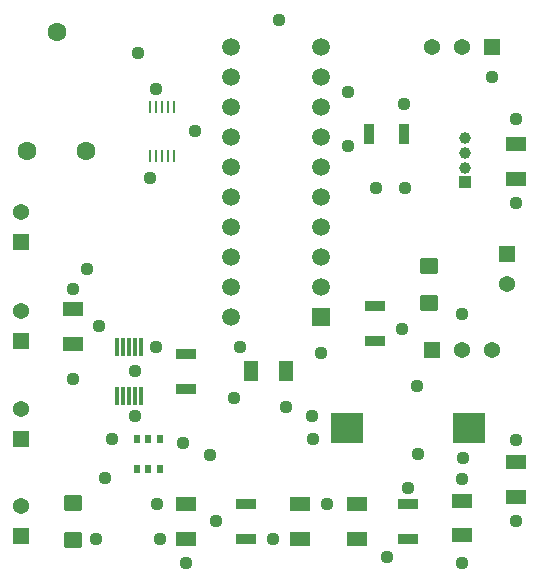
<source format=gbs>
G04 ================== begin FILE IDENTIFICATION RECORD ==================*
G04 Layout Name:  WCSA_SystemSchem_4-Layer.brd*
G04 Film Name:    SMB*
G04 File Format:  Gerber RS274X*
G04 File Origin:  Cadence Allegro -unreleased*
G04 Origin Date:  Wed May  4 17:45:03 2022*
G04 *
G04 Layer:  VIA CLASS/SOLDERMASK_BOTTOM*
G04 Layer:  PIN/SOLDERMASK_BOTTOM*
G04 *
G04 Offset:    (0.00 0.00)*
G04 Mirror:    No*
G04 Mode:      Positive*
G04 Rotation:  0*
G04 FullContactRelief:  No*
G04 UndefLineWidth:     0.00*
G04 ================== end FILE IDENTIFICATION RECORD ====================*
%FSLAX25Y25*MOIN*%
%IR0*IPPOS*OFA0.00000B0.00000*MIA0B0*SFA1.00000B1.00000*%
%ADD18R,.009X.042*%
%ADD14C,.044*%
%ADD15C,.063*%
%ADD11C,.05394*%
%ADD26C,.03946*%
%ADD20C,.05937*%
%ADD10R,.05394X.05394*%
%ADD27R,.03946X.03946*%
%ADD23R,.05937X.05937*%
%ADD22R,.105X.1*%
%ADD17R,.012X.059*%
%ADD16R,.02X.03156*%
%ADD19R,.06811X.03819*%
%ADD24R,.03819X.06811*%
%ADD25R,.07165X.04882*%
%ADD13R,.07165X.04567*%
%ADD21R,.04567X.07165*%
%AMMACRO12*
4,1,40,.03091,-.01924,
.03091,.01924,
.030792,.020582,
.030443,.021884,
.029874,.023105,
.029101,.024209,
.028148,.025162,
.027044,.025935,
.025822,.026504,
.02452,.026853,
.02318,.02697,
-.02318,.02697,
-.024522,.026852,
-.025824,.026503,
-.027045,.025934,
-.028149,.025161,
-.029102,.024208,
-.029875,.023104,
-.030444,.021882,
-.030793,.02058,
-.03091,.01924,
-.03091,-.01924,
-.030792,-.020582,
-.030443,-.021884,
-.029874,-.023105,
-.029101,-.024209,
-.028148,-.025162,
-.027044,-.025935,
-.025822,-.026504,
-.02452,-.026853,
-.02318,-.02697,
.02318,-.02697,
.024522,-.026852,
.025824,-.026503,
.027045,-.025934,
.028149,-.025161,
.029102,-.024208,
.029875,-.023104,
.030444,-.021882,
.030793,-.02058,
.03091,-.01924,
0.0*
%
%ADD12MACRO12*%
%LPD*%
G75*
G54D10*
X-80000Y-80000D03*
Y-47500D03*
Y-15000D03*
Y18000D03*
X57000Y-18000D03*
X82000Y14000D03*
X77000Y83000D03*
G54D20*
X-10000Y-7000D03*
Y3000D03*
Y13000D03*
Y23000D03*
Y33000D03*
Y43000D03*
Y53000D03*
Y63000D03*
Y73000D03*
Y83000D03*
X20000Y13000D03*
Y3000D03*
Y43000D03*
Y33000D03*
Y23000D03*
Y63000D03*
Y53000D03*
Y73000D03*
Y83000D03*
G54D11*
X-80000Y-70000D03*
Y-37500D03*
Y-5000D03*
Y28000D03*
X67000Y-18000D03*
Y83000D03*
X57000D03*
X77000Y-18000D03*
X82000Y4000D03*
G54D12*
X-62500Y-81299D03*
Y-68780D03*
X56000Y-2299D03*
Y10220D03*
G54D21*
X-3307Y-25000D03*
X8307D03*
G54D13*
X-62500Y-15807D03*
Y-4193D03*
X-25000Y-80807D03*
Y-69193D03*
X13000Y-80807D03*
Y-69193D03*
X32000Y-80807D03*
Y-69193D03*
X85000Y-55193D03*
Y-66807D03*
Y39193D03*
Y50807D03*
G54D22*
X28750Y-44000D03*
X69250D03*
G54D23*
X20000Y-7000D03*
G54D14*
X-62500Y-27500D03*
Y2500D03*
X-58000Y9000D03*
X-55000Y-80827D03*
X-33500Y-80807D03*
X-34807Y-69193D03*
X-52000Y-60500D03*
X-49500Y-47600D03*
X-42000Y-40000D03*
X-54086Y-10000D03*
X-35000Y-16900D03*
X-42000Y-25000D03*
X-37100Y39400D03*
X-34950Y69000D03*
X-41000Y81000D03*
X-25000Y-89000D03*
X-15000Y-75000D03*
X-9000Y-34000D03*
X-17000Y-53000D03*
X-26000Y-48900D03*
X-6927Y-16928D03*
X-22000Y55000D03*
X4000Y-80807D03*
X17000Y-40000D03*
X17500Y-47500D03*
X8307Y-37000D03*
X6000Y92000D03*
X42000Y-87000D03*
X22000Y-69193D03*
X20000Y-19000D03*
X38400Y36000D03*
X29000Y68000D03*
Y50000D03*
X67000Y-89000D03*
Y-61000D03*
X67500Y-54000D03*
X49000Y-64000D03*
X52500Y-52500D03*
X52000Y-30000D03*
X67000Y-6000D03*
X47000Y-11000D03*
X48000Y36000D03*
X47827Y64173D03*
X85000Y-75000D03*
Y-48000D03*
Y31000D03*
Y59000D03*
X77000Y73000D03*
G54D24*
X36173Y54000D03*
X47827D03*
G54D15*
X-58158Y48630D03*
X-77842D03*
X-68000Y88000D03*
G54D25*
X67000Y-79669D03*
Y-68331D03*
G54D16*
X-41250Y-57400D03*
X-37500D03*
X-33750D03*
Y-47600D03*
X-37500D03*
X-41250D03*
G54D17*
X-46000Y-33100D03*
X-44000D03*
X-42000D03*
X-40100D03*
X-47900D03*
X-40100Y-16900D03*
X-42000D03*
X-44000D03*
X-46000D03*
X-47900D03*
G54D26*
X68000Y42921D03*
Y52764D03*
Y47843D03*
G54D27*
Y38000D03*
G54D18*
X-36950Y46800D03*
X-34950D03*
X-33000D03*
Y63200D03*
X-34950D03*
X-36950D03*
X-31000Y46800D03*
X-29050D03*
Y63200D03*
X-31000D03*
G54D19*
X-5000Y-80827D03*
Y-69173D03*
X-25000Y-30827D03*
Y-19173D03*
X38000Y-14827D03*
Y-3173D03*
X49000Y-80827D03*
Y-69173D03*
M02*

</source>
